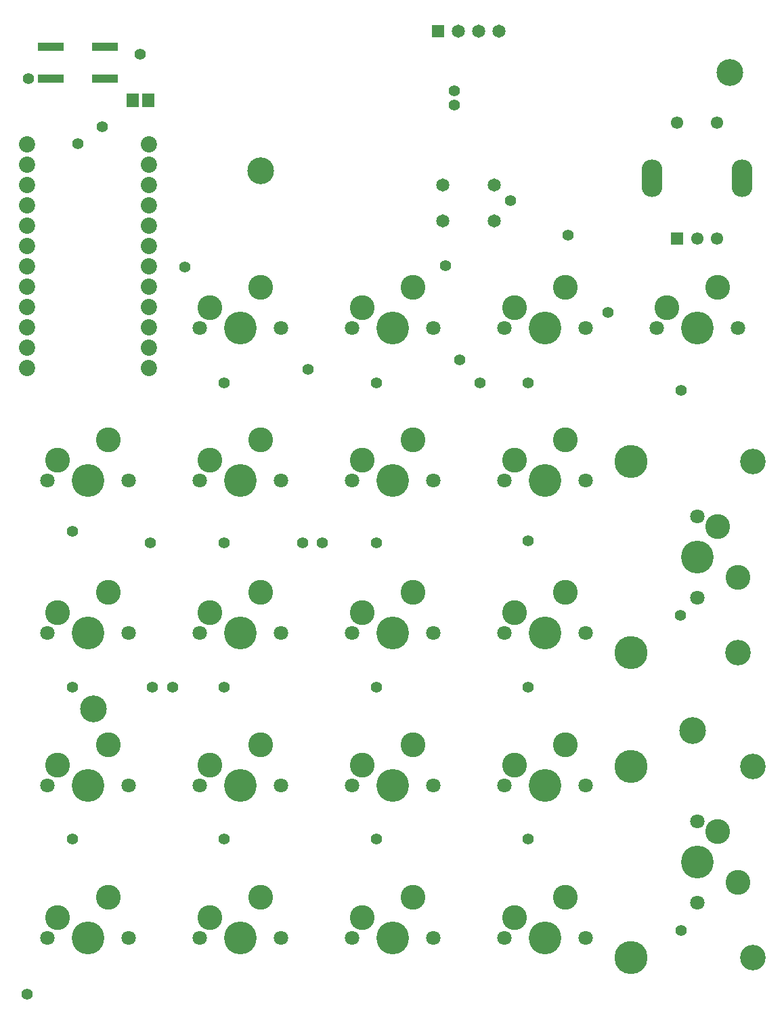
<source format=gts>
%FSTAX23Y23*%
%MOIN*%
%SFA1B1*%

%IPPOS*%
%AMD22*
4,1,8,0.000000,0.092500,0.000000,0.092500,-0.051200,0.041300,-0.051200,-0.041300,0.000000,-0.092500,0.000000,-0.092500,0.051200,-0.041300,0.051200,0.041300,0.000000,0.092500,0.0*
1,1,0.102360,0.000000,0.041300*
1,1,0.102360,0.000000,0.041300*
1,1,0.102360,0.000000,-0.041300*
1,1,0.102360,0.000000,-0.041300*
%
%ADD14R,0.061020X0.066930*%
%ADD15R,0.125980X0.039370*%
%ADD16C,0.162910*%
%ADD17C,0.125910*%
%ADD18C,0.122130*%
%ADD19C,0.071020*%
%ADD20C,0.161020*%
%ADD21C,0.131890*%
G04~CAMADD=22~8~0.0~0.0~1023.6~1850.4~511.8~0.0~15~0.0~0.0~0.0~0.0~0~0.0~0.0~0.0~0.0~0~0.0~0.0~0.0~0.0~1023.6~1850.4*
%ADD22D22*%
%ADD23C,0.061020*%
%ADD24R,0.061020X0.061020*%
%ADD25R,0.064960X0.064960*%
%ADD26C,0.064960*%
%ADD27C,0.079910*%
%ADD28C,0.055910*%
%LNnumpadpcb-1*%
%LPD*%
G54D14*
X1571Y09226D03*
X15785D03*
G54D15*
X15572Y0933D03*
X15305D03*
X15572Y09488D03*
X15305D03*
G54D16*
X18163Y07447D03*
Y06507D03*
Y05947D03*
Y05007D03*
G54D17*
X18688Y06507D03*
X18763Y07447D03*
Y05947D03*
Y05007D03*
G54D18*
X18588Y05627D03*
X18688Y05377D03*
X17588Y05204D03*
X17838Y05304D03*
X16838Y05204D03*
X17088Y05304D03*
X16088Y05204D03*
X16338Y05304D03*
X15338Y05204D03*
X15588Y05304D03*
X15338Y05954D03*
X15588Y06054D03*
X16088Y05954D03*
X16338Y06054D03*
X16838Y05954D03*
X17088Y06054D03*
X17588Y05954D03*
X17838Y06054D03*
X17588Y06704D03*
X17838Y06804D03*
X16838Y06704D03*
X17088Y06804D03*
X16088Y06704D03*
X16338Y06804D03*
X15338Y06704D03*
X15588Y06804D03*
Y07554D03*
X15338Y07454D03*
X16088D03*
X16338Y07554D03*
X16838Y07454D03*
X17088Y07554D03*
X17588Y07454D03*
X17838Y07554D03*
X18588Y07127D03*
X18688Y06877D03*
X18588Y08304D03*
X18338Y08204D03*
X17838Y08304D03*
X17588Y08204D03*
X17088Y08304D03*
X16838Y08204D03*
X16338Y08304D03*
X16088Y08204D03*
G54D19*
X18488Y05277D03*
Y05677D03*
X17938Y05104D03*
X17538D03*
X17188D03*
X16788D03*
X16438D03*
X16038D03*
X15688D03*
X15288D03*
X15688Y05854D03*
X15288D03*
X16438D03*
X16038D03*
X17188D03*
X16788D03*
X17938D03*
X17538D03*
X17938Y06604D03*
X17538D03*
X17188D03*
X16788D03*
X16438D03*
X16038D03*
X15688D03*
X15288D03*
Y07354D03*
X15688D03*
X16438D03*
X16038D03*
X17188D03*
X16788D03*
X17938D03*
X17538D03*
X18488Y06777D03*
Y07177D03*
X18288Y08104D03*
X18688D03*
X17538D03*
X17938D03*
X16788D03*
X17188D03*
X16038D03*
X16438D03*
G54D20*
X18488Y05477D03*
X17738Y05104D03*
X16988D03*
X16238D03*
X15488D03*
Y05854D03*
X16238D03*
X16988D03*
X17738D03*
Y06604D03*
X16988D03*
X16238D03*
X15488D03*
Y07354D03*
X16238D03*
X16988D03*
X17738D03*
X18488Y06977D03*
Y08104D03*
X17738D03*
X16988D03*
X16238D03*
G54D21*
X15515Y06232D03*
X18651Y0936D03*
X16338Y08877D03*
X18467Y06124D03*
G54D22*
X18708Y0884D03*
X18267D03*
G54D23*
X18586Y09116D03*
X18389D03*
X18586Y08545D03*
X18488D03*
G54D24*
X18389Y08545D03*
G54D25*
X17213Y09565D03*
G54D26*
X17313Y09565D03*
X17413D03*
X17513D03*
X17491Y08808D03*
Y08631D03*
X17235D03*
Y08808D03*
G54D27*
X15788Y09008D03*
Y08908D03*
Y08808D03*
Y08708D03*
Y08608D03*
Y08508D03*
Y08408D03*
Y08308D03*
Y08208D03*
Y08108D03*
Y08008D03*
Y07908D03*
X15188Y09008D03*
Y08908D03*
Y08808D03*
Y08708D03*
Y08608D03*
Y08508D03*
Y08408D03*
Y08308D03*
Y08208D03*
Y08108D03*
Y08008D03*
Y07908D03*
G54D28*
X16161Y06338D03*
X15196Y0933D03*
X15561Y09094D03*
X17293Y09202D03*
Y09271D03*
X17854Y08562D03*
X15413Y07106D03*
X15797Y07047D03*
X16161D03*
X16545D03*
X16643D03*
X16909D03*
X18408Y07798D03*
X17657Y07057D03*
X17421Y07834D03*
X17657D03*
X16909D03*
X16161D03*
X17568Y0873D03*
X15806Y06338D03*
X15413D03*
X15905D03*
X18405Y06692D03*
X16909Y06338D03*
X17657D03*
X15413Y0559D03*
X16161D03*
X16909D03*
X17657D03*
X1841Y05142D03*
X16574Y07901D03*
X17321Y07948D03*
X15965Y08404D03*
X18048Y0818D03*
X17251Y0841D03*
X15438Y0901D03*
X15745Y09451D03*
X15188Y04829D03*
M02*
</source>
